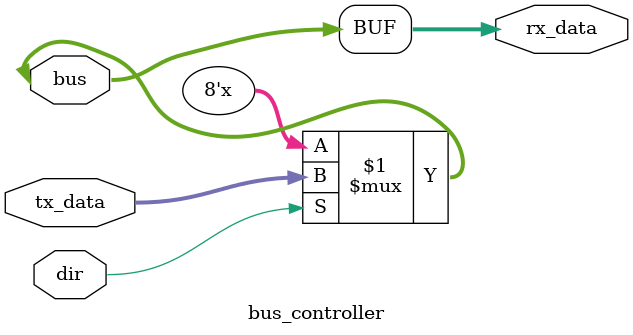
<source format=sv>
module bus_controller(
    inout [7:0] bus,
    input dir,  // 方向控制
    input [7:0] tx_data,
    output [7:0] rx_data
);
    assign bus = dir ? tx_data : 8'bz;
    assign rx_data = bus;
endmodule
</source>
